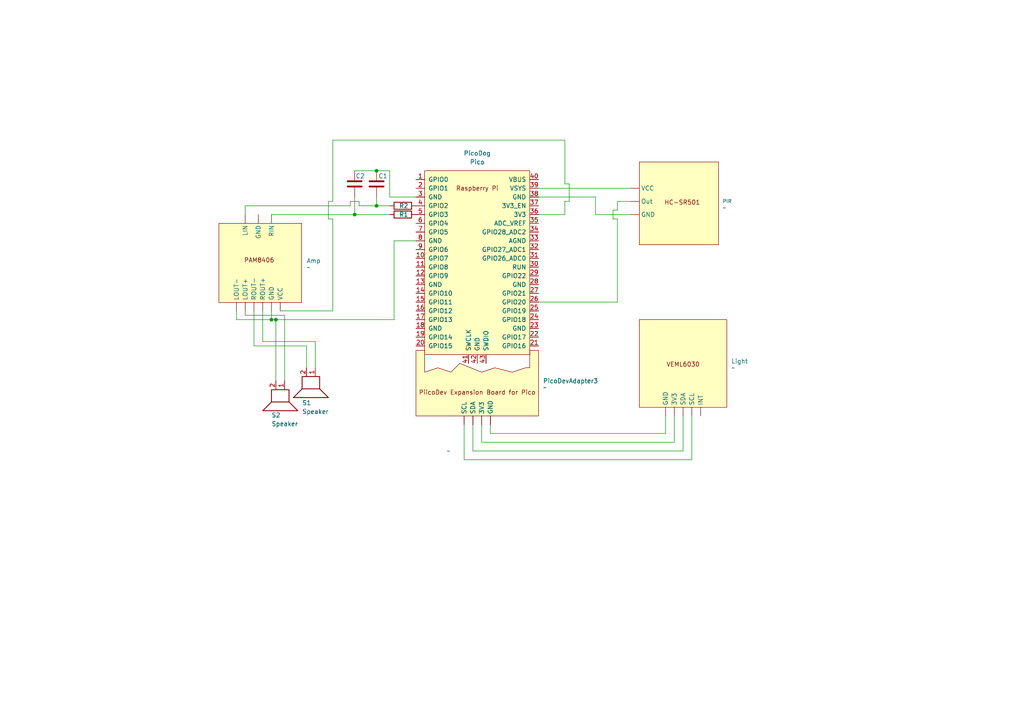
<source format=kicad_sch>
(kicad_sch (version 20231120) (generator "eeschema") (generator_version "8.0")
  (paper "A4")
  (title_block (title "Pico Dog") (rev "1") (company "Andrew Kondratev") (comment 1 "https://github.com/andruhon/pico-dog"))
  (lib_symbols
    (symbol "Amplifier_1"
      (property "Reference" "Amp1" (at 17.78 6.9151 0))
      (property "Value" "~" (at 17.78 5.01 0))
      (symbol "Amplifier_1_0_1"
        (rectangle (start -7.62 17.78) (end 16.38 -5.22) (fill (type background)))
      )
      (symbol "Amplifier_1_1_1"
        (text "PAM8406" (at 4.064 7.112 0) (effects (font (size 1.27 1.27))))
        (pin passive line (at 3.81 20.32 270) (length 2.54) (name "GND") (number ""))
        (pin passive line (at 7.62 -7.62 90) (length 2.54) (name "GND") (number ""))
        (pin input line (at 0 20.32 270) (length 2.54) (name "LIN") (number ""))
        (pin output line (at 0 -7.62 90) (length 2.54) (name "LOUT+") (number ""))
        (pin output line (at -2.54 -7.62 90) (length 2.54) (name "LOUT-") (number ""))
        (pin input line (at 7.62 20.32 270) (length 2.54) (name "RIN") (number ""))
        (pin output line (at 5.08 -7.62 90) (length 2.54) (name "ROUT+") (number ""))
        (pin output line (at 2.54 -7.62 90) (length 2.54) (name "ROUT-") (number ""))
        (pin power_in line (at 10.16 -7.62 90) (length 2.54) (name "VCC") (number ""))
      )
    )
    (symbol "Device:C" (pin_numbers hide) (pin_names (offset 0.254))
      (property "Reference" "C" (at 0.635 2.54 0))
      (property "Value" "C" (at 0.635 -2.54 0))
      (symbol "C_0_1"
        (polyline (pts (xy -2.032 -0.762) (xy 2.032 -0.762)) (stroke (width 0.508)))
        (polyline (pts (xy -2.032 0.762) (xy 2.032 0.762)) (stroke (width 0.508)))
      )
      (symbol "C_1_1"
        (pin passive line (at 0 3.81 270) (length 2.794) (name "~") (number "1"))
        (pin passive line (at 0 -3.81 90) (length 2.794) (name "~") (number "2"))
      )
    )
    (symbol "Device:R" (pin_numbers hide) (pin_names (offset 0))
      (property "Reference" "R" (at 2.032 0 90))
      (property "Value" "R" (at 0 0 90))
      (symbol "R_0_1"
        (rectangle (start -1.016 -2.54) (end 1.016 2.54) (stroke (width 0.254)))
      )
      (symbol "R_1_1"
        (pin passive line (at 0 3.81 270) (length 1.27) (name "~") (number "1"))
        (pin passive line (at 0 -3.81 90) (length 1.27) (name "~") (number "2"))
      )
    )
    (symbol "Device:Speaker" (pin_names (offset 0) hide)
      (property "Reference" "LS" (at 1.27 5.715 0))
      (property "Value" "Speaker" (at 1.27 3.81 0))
      (symbol "Speaker_0_0"
        (rectangle (start -2.54 1.27) (end 1.016 -3.81) (stroke (width 0.254)))
        (polyline (pts (xy 1.016 1.27) (xy 3.556 3.81) (xy 3.556 -6.35) (xy 1.016 -3.81)) (stroke (width 0.254)))
      )
      (symbol "Speaker_1_1"
        (pin input line (at -5.08 0 0) (length 2.54) (name "1") (number "1"))
        (pin input line (at -5.08 -2.54 0) (length 2.54) (name "2") (number "2"))
      )
    )
    (symbol "MCU_RaspberryPi_and_Boards:Pico" (pin_names (offset 1.016))
      (property "Reference" "U" (at -13.97 27.94 0))
      (property "Value" "Pico" (at 0 19.05 0))
      (symbol "Pico_0_0"
        (text "Raspberry Pi" (at 0 21.59 0) (effects (font (size 1.27 1.27))))
      )
      (symbol "Pico_0_1"
        (rectangle (start -15.24 26.67) (end 15.24 -26.67) (fill (type background)))
      )
      (symbol "Pico_1_1"
        (pin bidirectional line (at -17.78 24.13 0) (length 2.54) (name "GPIO0") (number "1"))
        (pin bidirectional line (at -17.78 1.27 0) (length 2.54) (name "GPIO7") (number "10"))
        (pin bidirectional line (at -17.78 -1.27 0) (length 2.54) (name "GPIO8") (number "11"))
        (pin bidirectional line (at -17.78 -3.81 0) (length 2.54) (name "GPIO9") (number "12"))
        (pin power_in line (at -17.78 -6.35 0) (length 2.54) (name "GND") (number "13"))
        (pin bidirectional line (at -17.78 -8.89 0) (length 2.54) (name "GPIO10") (number "14"))
        (pin bidirectional line (at -17.78 -11.43 0) (length 2.54) (name "GPIO11") (number "15"))
        (pin bidirectional line (at -17.78 -13.97 0) (length 2.54) (name "GPIO12") (number "16"))
        (pin bidirectional line (at -17.78 -16.51 0) (length 2.54) (name "GPIO13") (number "17"))
        (pin power_in line (at -17.78 -19.05 0) (length 2.54) (name "GND") (number "18"))
        (pin bidirectional line (at -17.78 -21.59 0) (length 2.54) (name "GPIO14") (number "19"))
        (pin bidirectional line (at -17.78 21.59 0) (length 2.54) (name "GPIO1") (number "2"))
        (pin bidirectional line (at -17.78 -24.13 0) (length 2.54) (name "GPIO15") (number "20"))
        (pin bidirectional line (at 17.78 -24.13 180) (length 2.54) (name "GPIO16") (number "21"))
        (pin bidirectional line (at 17.78 -21.59 180) (length 2.54) (name "GPIO17") (number "22"))
        (pin power_in line (at 17.78 -19.05 180) (length 2.54) (name "GND") (number "23"))
        (pin bidirectional line (at 17.78 -16.51 180) (length 2.54) (name "GPIO18") (number "24"))
        (pin bidirectional line (at 17.78 -13.97 180) (length 2.54) (name "GPIO19") (number "25"))
        (pin bidirectional line (at 17.78 -11.43 180) (length 2.54) (name "GPIO20") (number "26"))
        (pin bidirectional line (at 17.78 -8.89 180) (length 2.54) (name "GPIO21") (number "27"))
        (pin power_in line (at 17.78 -6.35 180) (length 2.54) (name "GND") (number "28"))
        (pin bidirectional line (at 17.78 -3.81 180) (length 2.54) (name "GPIO22") (number "29"))
        (pin power_in line (at -17.78 19.05 0) (length 2.54) (name "GND") (number "3"))
        (pin input line (at 17.78 -1.27 180) (length 2.54) (name "RUN") (number "30"))
        (pin bidirectional line (at 17.78 1.27 180) (length 2.54) (name "GPIO26_ADC0") (number "31"))
        (pin bidirectional line (at 17.78 3.81 180) (length 2.54) (name "GPIO27_ADC1") (number "32"))
        (pin power_in line (at 17.78 6.35 180) (length 2.54) (name "AGND") (number "33"))
        (pin bidirectional line (at 17.78 8.89 180) (length 2.54) (name "GPIO28_ADC2") (number "34"))
        (pin unspecified line (at 17.78 11.43 180) (length 2.54) (name "ADC_VREF") (number "35"))
        (pin unspecified line (at 17.78 13.97 180) (length 2.54) (name "3V3") (number "36"))
        (pin input line (at 17.78 16.51 180) (length 2.54) (name "3V3_EN") (number "37"))
        (pin bidirectional line (at 17.78 19.05 180) (length 2.54) (name "GND") (number "38"))
        (pin unspecified line (at 17.78 21.59 180) (length 2.54) (name "VSYS") (number "39"))
        (pin bidirectional line (at -17.78 16.51 0) (length 2.54) (name "GPIO2") (number "4"))
        (pin unspecified line (at 17.78 24.13 180) (length 2.54) (name "VBUS") (number "40"))
        (pin input line (at -2.54 -29.21 90) (length 2.54) (name "SWCLK") (number "41"))
        (pin power_in line (at 0 -29.21 90) (length 2.54) (name "GND") (number "42"))
        (pin bidirectional line (at 2.54 -29.21 90) (length 2.54) (name "SWDIO") (number "43"))
        (pin bidirectional line (at -17.78 13.97 0) (length 2.54) (name "GPIO3") (number "5"))
        (pin bidirectional line (at -17.78 11.43 0) (length 2.54) (name "GPIO4") (number "6"))
        (pin bidirectional line (at -17.78 8.89 0) (length 2.54) (name "GPIO5") (number "7"))
        (pin power_in line (at -17.78 6.35 0) (length 2.54) (name "GND") (number "8"))
        (pin bidirectional line (at -17.78 3.81 0) (length 2.54) (name "GPIO6") (number "9"))
      )
    )
    (symbol "MyKicadSymLib:Light"
      (property "Reference" "Light" (at 7.874 14.986 0))
      (symbol "Light_0_1"
        (rectangle (start -5.08 21.59) (end 20.32 -3.81) (fill (type background)))
      )
      (symbol "Light_1_1"
        (text "VEML6030" (at 7.62 8.636 0) (effects (font (size 1.27 1.27))))
        (pin power_in line (at 5.08 -6.35 90) (length 2.54) (name "3V3") (number ""))
        (pin passive line (at 2.54 -6.35 90) (length 2.54) (name "GND") (number ""))
        (pin power_in line (at 12.7 -6.35 90) (length 2.54) (name "INT") (number ""))
        (pin output line (at 10.16 -6.35 90) (length 2.54) (name "SCL") (number ""))
        (pin output line (at 7.62 -6.35 90) (length 2.54) (name "SDA") (number ""))
      )
    )
    (symbol "MyKicadSymLib:PicoDevAdapter"
      (property "Reference" "PicoDevAdapter" (at 0 0 0))
    )
    (symbol "PIR_1"
      (property "Reference" "PIR" (at 7.5549 27.94 90))
      (property "Value" "~" (at 9.46 27.94 90))
      (symbol "PIR_1_0_1"
        (rectangle (start -3.81 3.81) (end 20.19 26.81) (fill (type background)))
      )
      (symbol "PIR_1_1_1"
        (text "HC-SR501" (at 7.874 16.256 900) (effects (font (size 1.27 1.27))))
        (pin passive line (at 11.43 1.27 90) (length 2.54) (name "GND") (number ""))
        (pin output line (at 7.62 1.27 90) (length 2.54) (name "Out") (number ""))
        (pin input line (at 3.81 1.27 90) (length 2.54) (name "VCC") (number ""))
      )
    )
    (symbol "PicoDevAdapter_2"
      (property "Reference" "PicoDevAdapter" (at 4.826 3.302 0))
      (symbol "PicoDevAdapter_2_0_1"
        (polyline (pts (xy -10.16 12.7) (xy -10.16 6.35) (xy -6.35 7.62) (xy -2.54 6.35) (xy 0 8.89) (xy 6.35 6.35) (xy 10.16 7.62) (xy 15.24 6.35) (xy 19.05 7.62) (xy 20.32 7.62) (xy 20.32 12.7) (xy 22.86 12.7) (xy 22.86 -6.35) (xy -12.7 -6.35) (xy -12.7 12.7) (xy -10.16 12.7)) (fill (type background)))
      )
      (symbol "PicoDevAdapter_2_1_1"
        (text "PiicoDev Expansion Board for Pico" (at 5.08 0.508 0) (effects (font (size 1.27 1.27))))
        (pin power_in line (at 6.35 -8.89 90) (length 2.54) (name "3V3") (number ""))
        (pin passive line (at 8.89 -8.89 90) (length 2.54) (name "GND") (number ""))
        (pin input line (at 1.27 -8.89 90) (length 2.54) (name "SCL") (number ""))
        (pin input line (at 3.81 -8.89 90) (length 2.54) (name "SDA") (number ""))
      )
    )
  )
  (junction (at 102.87 62.23))
  (junction (at 78.74 92.71))
  (junction (at 109.22 49.53))
  (junction (at 80.01 92.71))
  (junction (at 109.22 59.69))
  (wire (pts (xy 78.74 62.23) (xy 102.87 62.23)))
  (wire (pts (xy 80.01 92.71) (xy 114.3 92.71)))
  (wire (pts (xy 91.44 99.06) (xy 91.44 106.68)))
  (wire (pts (xy 96.52 90.17) (xy 81.28 90.17)))
  (wire (pts (xy 200.66 120.65) (xy 200.66 133.35)))
  (wire (pts (xy 71.12 91.44) (xy 82.55 91.44)))
  (wire (pts (xy 156.21 62.23) (xy 163.83 62.23)))
  (wire (pts (xy 163.83 58.42) (xy 163.83 62.23)))
  (wire (pts (xy 113.03 57.15) (xy 120.65 57.15)))
  (wire (pts (xy 88.9 100.33) (xy 73.66 100.33)))
  (wire (pts (xy 179.07 58.42) (xy 179.07 60.96)))
  (wire (pts (xy 102.87 57.15) (xy 102.87 62.23)))
  (wire (pts (xy 163.83 53.34) (xy 165.1 53.34)))
  (wire (pts (xy 88.9 100.33) (xy 88.9 106.68)))
  (wire (pts (xy 102.87 62.23) (xy 113.03 62.23)))
  (wire (pts (xy 195.58 120.65) (xy 195.58 128.27)))
  (wire (pts (xy 137.16 123.19) (xy 137.16 130.81)))
  (wire (pts (xy 134.62 123.19) (xy 134.62 133.35)))
  (wire (pts (xy 95.25 58.42) (xy 95.25 63.5)))
  (wire (pts (xy 95.25 63.5) (xy 96.52 63.5)))
  (wire (pts (xy 177.8 63.5) (xy 179.07 63.5)))
  (wire (pts (xy 163.83 40.64) (xy 163.83 53.34)))
  (wire (pts (xy 193.04 120.65) (xy 193.04 125.73)))
  (wire (pts (xy 137.16 130.81) (xy 198.12 130.81)))
  (wire (pts (xy 96.52 40.64) (xy 163.83 40.64)))
  (wire (pts (xy 82.55 91.44) (xy 82.55 110.49)))
  (wire (pts (xy 78.74 90.17) (xy 78.74 92.71)))
  (wire (pts (xy 68.58 90.17) (xy 68.58 92.71)))
  (wire (pts (xy 156.21 87.63) (xy 179.07 87.63)))
  (wire (pts (xy 182.88 62.23) (xy 172.72 62.23)))
  (wire (pts (xy 114.3 69.85) (xy 120.65 69.85)))
  (wire (pts (xy 73.66 100.33) (xy 73.66 90.17)))
  (wire (pts (xy 142.24 125.73) (xy 193.04 125.73)))
  (wire (pts (xy 139.7 128.27) (xy 195.58 128.27)))
  (wire (pts (xy 71.12 90.17) (xy 71.12 91.44)))
  (wire (pts (xy 134.62 133.35) (xy 200.66 133.35)))
  (wire (pts (xy 101.6 58.42) (xy 101.6 59.69)))
  (wire (pts (xy 139.7 123.19) (xy 139.7 128.27)))
  (wire (pts (xy 71.12 62.23) (xy 71.12 59.69)))
  (wire (pts (xy 114.3 92.71) (xy 114.3 69.85)))
  (wire (pts (xy 179.07 60.96) (xy 177.8 60.96)))
  (wire (pts (xy 80.01 92.71) (xy 80.01 110.49)))
  (wire (pts (xy 71.12 59.69) (xy 101.6 59.69)))
  (wire (pts (xy 172.72 62.23) (xy 172.72 57.15)))
  (wire (pts (xy 91.44 99.06) (xy 76.2 99.06)))
  (wire (pts (xy 104.14 59.69) (xy 104.14 58.42)))
  (wire (pts (xy 156.21 57.15) (xy 172.72 57.15)))
  (wire (pts (xy 182.88 58.42) (xy 179.07 58.42)))
  (wire (pts (xy 104.14 58.42) (xy 101.6 58.42)))
  (wire (pts (xy 142.24 123.19) (xy 142.24 125.73)))
  (wire (pts (xy 68.58 92.71) (xy 78.74 92.71)))
  (wire (pts (xy 78.74 92.71) (xy 80.01 92.71)))
  (wire (pts (xy 102.87 49.53) (xy 109.22 49.53)))
  (wire (pts (xy 96.52 40.64) (xy 96.52 58.42)))
  (wire (pts (xy 109.22 57.15) (xy 109.22 59.69)))
  (wire (pts (xy 179.07 63.5) (xy 179.07 87.63)))
  (wire (pts (xy 165.1 58.42) (xy 163.83 58.42)))
  (wire (pts (xy 198.12 120.65) (xy 198.12 130.81)))
  (wire (pts (xy 109.22 49.53) (xy 113.03 49.53)))
  (wire (pts (xy 113.03 49.53) (xy 113.03 57.15)))
  (wire (pts (xy 109.22 59.69) (xy 113.03 59.69)))
  (wire (pts (xy 165.1 53.34) (xy 165.1 58.42)))
  (wire (pts (xy 76.2 99.06) (xy 76.2 90.17)))
  (wire (pts (xy 104.14 59.69) (xy 109.22 59.69)))
  (wire (pts (xy 156.21 54.61) (xy 182.88 54.61)))
  (wire (pts (xy 96.52 63.5) (xy 96.52 90.17)))
  (wire (pts (xy 177.8 60.96) (xy 177.8 63.5)))
  (wire (pts (xy 96.52 58.42) (xy 95.25 58.42)))
  (symbol (lib_id "Device:R") (at 116.84 59.69 90) (unit 1)
    (property "Reference" "R2" (at 117.094 59.69 90))
    (property "Value" "R" (effects (hide yes)))
    (property "Description" "Resistor" (effects (hide yes)))
  )
  (symbol (lib_id "MyKicadSymLib:PicoDevAdapter") (at 128.27 129.54 0) (unit 1)
    (property "Reference" "PicoDevAdapter1" (effects (hide yes)))
    (property "Value" "~" (at 129.54 130.81 0) (effects (justify left)))
  )
  (symbol (lib_id "Device:C") (at 102.87 53.34 180) (unit 1)
    (property "Reference" "C2" (at 103.124 51.054 0) (effects (justify right)))
    (property "Value" "C" (effects (hide yes)))
    (property "Description" "Unpolarized capacitor" (effects (hide yes)))
  )
  (symbol (lib_name "PIR_1") (lib_id "MyKicadSymLib:PIR") (at 181.61 50.8 270) (unit 1)
    (property "Reference" "PIR" (at 209.55 58.3549 90) (effects (font (size 1.016 1.016)) (justify left)))
    (property "Value" "~" (at 209.55 60.26 90) (effects (justify left)))
  )
  (symbol (lib_name "Amplifier_1") (lib_id "MyKicadSymLib:Amplifier") (at 71.12 82.55 0) (unit 1)
    (property "Reference" "Amp" (at 88.9 75.6349 0) (effects (justify left)))
    (property "Value" "~" (at 88.9 77.54 0) (effects (justify left)))
  )
  (symbol (lib_id "MyKicadSymLib:Light") (at 190.5 114.3 0) (unit 1)
    (property "Reference" "Light" (at 212.09 104.7749 0) (effects (justify left)))
    (property "Value" "~" (at 212.09 106.68 0) (effects (justify left)))
  )
  (symbol (lib_id "Device:Speaker") (at 82.55 115.57 270) (unit 1)
    (property "Reference" "S2" (at 78.74 120.396 90) (effects (justify left)))
    (property "Value" "Speaker" (at 78.74 122.936 90) (effects (justify left)))
    (property "Description" "Speaker" (effects (hide yes)))
  )
  (symbol (lib_id "MCU_RaspberryPi_and_Boards:Pico") (at 138.43 76.2 0) (unit 1)
    (property "Reference" "PicoDog" (at 138.43 44.45 0))
    (property "Value" "Pico" (at 138.43 46.99 0))
    (property "Footprint" "RPi_Pico:RPi_Pico_SMD_TH" (effects (hide yes)))
  )
  (symbol (lib_id "Device:R") (at 116.84 62.23 90) (unit 1)
    (property "Reference" "R1" (at 117.094 62.23 90))
    (property "Value" "R" (effects (hide yes)))
    (property "Description" "Resistor" (effects (hide yes)))
  )
  (symbol (lib_id "Device:C") (at 109.22 53.34 180) (unit 1)
    (property "Reference" "C1" (at 109.728 51.054 0) (effects (justify right)))
    (property "Value" "C" (effects (hide yes)))
    (property "Description" "Unpolarized capacitor" (effects (hide yes)))
  )
  (symbol (lib_id "Device:Speaker") (at 91.44 111.76 270) (unit 1)
    (property "Reference" "S1" (at 87.63 116.84 90) (effects (justify left)))
    (property "Value" "Speaker" (at 87.63 119.38 90) (effects (justify left)))
    (property "Description" "Speaker" (effects (hide yes)))
  )
  (symbol (lib_name "PicoDevAdapter_2") (lib_id "MyKicadSymLib:PicoDevAdapter") (at 133.35 114.3 0) (unit 1)
    (property "Reference" "PicoDevAdapter3" (at 157.48 110.4899 0) (effects (justify left)))
    (property "Value" "~" (at 157.48 112.395 0) (effects (justify left)))
  )
)
</source>
